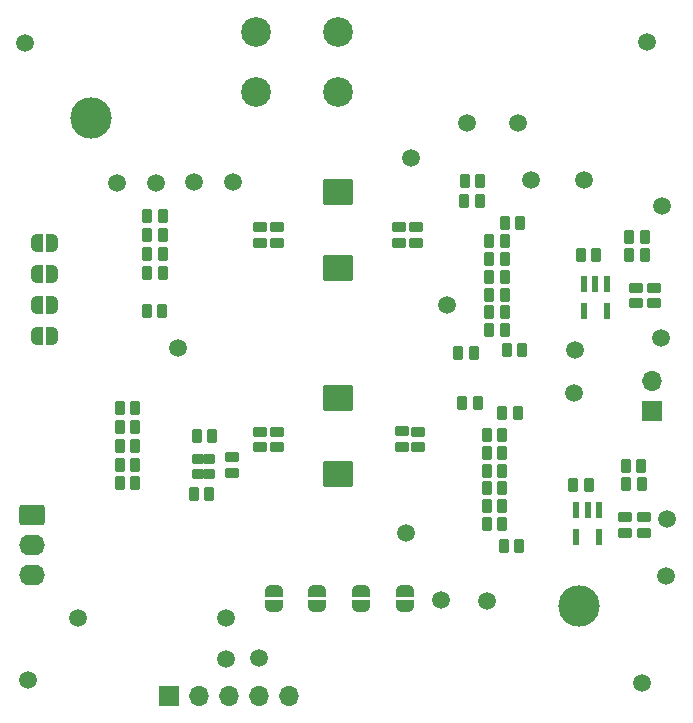
<source format=gbr>
%TF.GenerationSoftware,KiCad,Pcbnew,(6.0.0-0)*%
%TF.CreationDate,2022-06-10T22:05:25-07:00*%
%TF.ProjectId,bitaxe,62697461-7865-42e6-9b69-6361645f7063,rev?*%
%TF.SameCoordinates,Original*%
%TF.FileFunction,Soldermask,Top*%
%TF.FilePolarity,Negative*%
%FSLAX46Y46*%
G04 Gerber Fmt 4.6, Leading zero omitted, Abs format (unit mm)*
G04 Created by KiCad (PCBNEW (6.0.0-0)) date 2022-06-10 22:05:25*
%MOMM*%
%LPD*%
G01*
G04 APERTURE LIST*
G04 Aperture macros list*
%AMRoundRect*
0 Rectangle with rounded corners*
0 $1 Rounding radius*
0 $2 $3 $4 $5 $6 $7 $8 $9 X,Y pos of 4 corners*
0 Add a 4 corners polygon primitive as box body*
4,1,4,$2,$3,$4,$5,$6,$7,$8,$9,$2,$3,0*
0 Add four circle primitives for the rounded corners*
1,1,$1+$1,$2,$3*
1,1,$1+$1,$4,$5*
1,1,$1+$1,$6,$7*
1,1,$1+$1,$8,$9*
0 Add four rect primitives between the rounded corners*
20,1,$1+$1,$2,$3,$4,$5,0*
20,1,$1+$1,$4,$5,$6,$7,0*
20,1,$1+$1,$6,$7,$8,$9,0*
20,1,$1+$1,$8,$9,$2,$3,0*%
%AMFreePoly0*
4,1,22,0.500000,-0.750000,0.000000,-0.750000,0.000000,-0.745033,-0.079941,-0.743568,-0.215256,-0.701293,-0.333266,-0.622738,-0.424486,-0.514219,-0.481581,-0.384460,-0.499164,-0.250000,-0.500000,-0.250000,-0.500000,0.250000,-0.499164,0.250000,-0.499963,0.256109,-0.478152,0.396186,-0.417904,0.524511,-0.324060,0.630769,-0.204165,0.706417,-0.067858,0.745374,0.000000,0.744959,0.000000,0.750000,
0.500000,0.750000,0.500000,-0.750000,0.500000,-0.750000,$1*%
%AMFreePoly1*
4,1,20,0.000000,0.744959,0.073905,0.744508,0.209726,0.703889,0.328688,0.626782,0.421226,0.519385,0.479903,0.390333,0.500000,0.250000,0.500000,-0.250000,0.499851,-0.262216,0.476331,-0.402017,0.414519,-0.529596,0.319384,-0.634700,0.198574,-0.708877,0.061801,-0.746166,0.000000,-0.745033,0.000000,-0.750000,-0.500000,-0.750000,-0.500000,0.750000,0.000000,0.750000,0.000000,0.744959,
0.000000,0.744959,$1*%
G04 Aperture macros list end*
%ADD10R,0.558800X1.422400*%
%ADD11C,1.500000*%
%ADD12O,2.190000X1.740000*%
%ADD13RoundRect,0.250000X-0.845000X0.620000X-0.845000X-0.620000X0.845000X-0.620000X0.845000X0.620000X0*%
%ADD14RoundRect,0.101600X0.450000X-0.350000X0.450000X0.350000X-0.450000X0.350000X-0.450000X-0.350000X0*%
%ADD15C,2.520000*%
%ADD16RoundRect,0.101600X-0.350000X-0.450000X0.350000X-0.450000X0.350000X0.450000X-0.350000X0.450000X0*%
%ADD17RoundRect,0.101600X-0.450000X0.350000X-0.450000X-0.350000X0.450000X-0.350000X0.450000X0.350000X0*%
%ADD18C,3.500000*%
%ADD19FreePoly0,0.000000*%
%ADD20FreePoly1,0.000000*%
%ADD21RoundRect,0.101600X0.350000X0.450000X-0.350000X0.450000X-0.350000X-0.450000X0.350000X-0.450000X0*%
%ADD22O,1.700000X1.700000*%
%ADD23R,1.700000X1.700000*%
%ADD24FreePoly0,270.000000*%
%ADD25FreePoly1,270.000000*%
%ADD26RoundRect,0.250000X1.025000X-0.875000X1.025000X0.875000X-1.025000X0.875000X-1.025000X-0.875000X0*%
%ADD27RoundRect,0.101600X-0.375000X0.350000X-0.375000X-0.350000X0.375000X-0.350000X0.375000X0.350000X0*%
G04 APERTURE END LIST*
D10*
%TO.C,IC3*%
X111370001Y-89165600D03*
X110420000Y-89165600D03*
X109469999Y-89165600D03*
X109469999Y-91454400D03*
X111370001Y-91454400D03*
%TD*%
%TO.C,IC4*%
X112040001Y-69985600D03*
X111090000Y-69985600D03*
X110139999Y-69985600D03*
X110139999Y-72274400D03*
X112040001Y-72274400D03*
%TD*%
D11*
%TO.C,TP24*%
X110160000Y-61190000D03*
%TD*%
%TO.C,TP23*%
X105660000Y-61190000D03*
%TD*%
%TO.C,TP22*%
X104490000Y-56400000D03*
%TD*%
%TO.C,TP21*%
X100220000Y-56340000D03*
%TD*%
D12*
%TO.C,J5*%
X63350000Y-94680000D03*
X63350000Y-92140000D03*
D13*
X63350000Y-89600000D03*
%TD*%
D14*
%TO.C,C22*%
X114500000Y-70350000D03*
X114500000Y-71650000D03*
%TD*%
D15*
%TO.C,J2*%
X82380000Y-48640000D03*
X82380000Y-53720000D03*
%TD*%
%TO.C,J1*%
X89290000Y-53720000D03*
X89290000Y-48640000D03*
%TD*%
D16*
%TO.C,R30*%
X102100000Y-67902000D03*
X103400000Y-67902000D03*
%TD*%
D17*
%TO.C,C7*%
X96100000Y-82510000D03*
X96100000Y-83810000D03*
%TD*%
D16*
%TO.C,C1*%
X103340000Y-92210000D03*
X104640000Y-92210000D03*
%TD*%
%TO.C,R6*%
X73140000Y-69040000D03*
X74440000Y-69040000D03*
%TD*%
D17*
%TO.C,R14*%
X80300000Y-84680000D03*
X80300000Y-85980000D03*
%TD*%
D16*
%TO.C,R5*%
X99490000Y-75880000D03*
X100790000Y-75880000D03*
%TD*%
%TO.C,C3*%
X73130000Y-72310000D03*
X74430000Y-72310000D03*
%TD*%
D18*
%TO.C,H2*%
X68364000Y-55924000D03*
%TD*%
D19*
%TO.C,JP2*%
X63770000Y-69150000D03*
D20*
X65070000Y-69150000D03*
%TD*%
D11*
%TO.C,TP15*%
X95040000Y-91100000D03*
%TD*%
%TO.C,TP4*%
X116760000Y-63400000D03*
%TD*%
D21*
%TO.C,R16*%
X72100000Y-80540000D03*
X70800000Y-80540000D03*
%TD*%
D16*
%TO.C,R29*%
X102100000Y-66400000D03*
X103400000Y-66400000D03*
%TD*%
D21*
%TO.C,R24*%
X103190000Y-88818000D03*
X101890000Y-88818000D03*
%TD*%
D11*
%TO.C,TP5*%
X75760000Y-75430000D03*
%TD*%
D18*
%TO.C,H1*%
X109730000Y-97290000D03*
%TD*%
D16*
%TO.C,R31*%
X102100000Y-69404000D03*
X103400000Y-69404000D03*
%TD*%
D17*
%TO.C,C6*%
X84120000Y-65190000D03*
X84120000Y-66490000D03*
%TD*%
D22*
%TO.C,J3*%
X85120000Y-104860000D03*
X82580000Y-104860000D03*
X80040000Y-104860000D03*
X77500000Y-104860000D03*
D23*
X74960000Y-104860000D03*
%TD*%
D21*
%TO.C,R10*%
X72100000Y-85287500D03*
X70800000Y-85287500D03*
%TD*%
D11*
%TO.C,TP16*%
X98030000Y-96770000D03*
%TD*%
D21*
%TO.C,R27*%
X103190000Y-84282000D03*
X101890000Y-84282000D03*
%TD*%
D16*
%TO.C,R4*%
X73140000Y-67433332D03*
X74440000Y-67433332D03*
%TD*%
%TO.C,R34*%
X102100000Y-73910000D03*
X103400000Y-73910000D03*
%TD*%
D23*
%TO.C,J4*%
X115890000Y-80745000D03*
D22*
X115890000Y-78205000D03*
%TD*%
D16*
%TO.C,R33*%
X102100000Y-72408000D03*
X103400000Y-72408000D03*
%TD*%
D11*
%TO.C,H6*%
X63060000Y-103550000D03*
%TD*%
D16*
%TO.C,R32*%
X102100000Y-70906000D03*
X103400000Y-70906000D03*
%TD*%
D11*
%TO.C,TP19*%
X109370000Y-75590000D03*
%TD*%
D21*
%TO.C,R25*%
X103190000Y-87306000D03*
X101890000Y-87306000D03*
%TD*%
D17*
%TO.C,C16*%
X82680000Y-82510000D03*
X82680000Y-83810000D03*
%TD*%
D11*
%TO.C,TP3*%
X116600000Y-74550000D03*
%TD*%
D16*
%TO.C,R22*%
X113970000Y-67510000D03*
X115270000Y-67510000D03*
%TD*%
D11*
%TO.C,H5*%
X62820000Y-49620000D03*
%TD*%
D24*
%TO.C,JP5*%
X94980000Y-96000000D03*
D25*
X94980000Y-97300000D03*
%TD*%
D11*
%TO.C,TP8*%
X80380000Y-61400000D03*
%TD*%
D26*
%TO.C,C18*%
X89320000Y-79680000D03*
X89320000Y-86080000D03*
%TD*%
D21*
%TO.C,R28*%
X103190000Y-82770000D03*
X101890000Y-82770000D03*
%TD*%
D19*
%TO.C,JP1*%
X63770000Y-66536667D03*
D20*
X65070000Y-66536667D03*
%TD*%
D16*
%TO.C,R2*%
X73140000Y-64220000D03*
X74440000Y-64220000D03*
%TD*%
D17*
%TO.C,C10*%
X84090000Y-82510000D03*
X84090000Y-83810000D03*
%TD*%
D21*
%TO.C,R26*%
X103190000Y-85794000D03*
X101890000Y-85794000D03*
%TD*%
%TO.C,C11*%
X78370000Y-87810000D03*
X77070000Y-87810000D03*
%TD*%
%TO.C,R23*%
X101890000Y-90330000D03*
X103190000Y-90330000D03*
%TD*%
D16*
%TO.C,R12*%
X100020000Y-61250000D03*
X101320000Y-61250000D03*
%TD*%
D24*
%TO.C,JP8*%
X83840000Y-96000000D03*
D25*
X83840000Y-97300000D03*
%TD*%
D17*
%TO.C,C14*%
X94690000Y-82480000D03*
X94690000Y-83780000D03*
%TD*%
D11*
%TO.C,H4*%
X115060000Y-103790000D03*
%TD*%
%TO.C,H3*%
X115420000Y-49500000D03*
%TD*%
%TO.C,TP7*%
X77130000Y-61400000D03*
%TD*%
D17*
%TO.C,R19*%
X115160000Y-89760000D03*
X115160000Y-91060000D03*
%TD*%
D11*
%TO.C,TP13*%
X79830000Y-101730000D03*
%TD*%
D21*
%TO.C,C26*%
X115270000Y-65980000D03*
X113970000Y-65980000D03*
%TD*%
D26*
%TO.C,C17*%
X89310000Y-62210000D03*
X89310000Y-68610000D03*
%TD*%
D21*
%TO.C,C19*%
X110520000Y-87050000D03*
X109220000Y-87050000D03*
%TD*%
D17*
%TO.C,R21*%
X116080000Y-70350000D03*
X116080000Y-71650000D03*
%TD*%
%TO.C,C15*%
X82660000Y-65210000D03*
X82660000Y-66510000D03*
%TD*%
D24*
%TO.C,JP6*%
X91266666Y-96000000D03*
D25*
X91266666Y-97300000D03*
%TD*%
D16*
%TO.C,C4*%
X103590000Y-75600000D03*
X104890000Y-75600000D03*
%TD*%
D27*
%TO.C,Y1*%
X77410000Y-84775000D03*
X77410000Y-86125000D03*
X78410000Y-86125000D03*
X78410000Y-84775000D03*
%TD*%
D21*
%TO.C,R9*%
X72100000Y-86870000D03*
X70800000Y-86870000D03*
%TD*%
D24*
%TO.C,JP7*%
X87553333Y-96000000D03*
D25*
X87553333Y-97300000D03*
%TD*%
D11*
%TO.C,TP9*%
X70600000Y-61430000D03*
%TD*%
D19*
%TO.C,JP3*%
X63770000Y-71763333D03*
D20*
X65070000Y-71763333D03*
%TD*%
D16*
%TO.C,R3*%
X73140000Y-65826666D03*
X74440000Y-65826666D03*
%TD*%
D11*
%TO.C,TP14*%
X82610000Y-101700000D03*
%TD*%
D17*
%TO.C,C9*%
X95930000Y-65210000D03*
X95930000Y-66510000D03*
%TD*%
%TO.C,C12*%
X94490000Y-65190000D03*
X94490000Y-66490000D03*
%TD*%
D16*
%TO.C,R1*%
X99830000Y-80110000D03*
X101130000Y-80110000D03*
%TD*%
D11*
%TO.C,TP10*%
X98490000Y-71780000D03*
%TD*%
D16*
%TO.C,C2*%
X103200000Y-80960000D03*
X104500000Y-80960000D03*
%TD*%
D21*
%TO.C,C25*%
X114980000Y-85390000D03*
X113680000Y-85390000D03*
%TD*%
%TO.C,C20*%
X111170000Y-67530000D03*
X109870000Y-67530000D03*
%TD*%
D19*
%TO.C,JP4*%
X63770000Y-74376667D03*
D20*
X65070000Y-74376667D03*
%TD*%
D16*
%TO.C,C5*%
X103430000Y-64800000D03*
X104730000Y-64800000D03*
%TD*%
D11*
%TO.C,TP6*%
X73880000Y-61430000D03*
%TD*%
D16*
%TO.C,R13*%
X100000000Y-62950000D03*
X101300000Y-62950000D03*
%TD*%
D11*
%TO.C,TP18*%
X109300000Y-79200000D03*
%TD*%
D16*
%TO.C,C8*%
X77350000Y-82880000D03*
X78650000Y-82880000D03*
%TD*%
D21*
%TO.C,R11*%
X72100000Y-82122500D03*
X70800000Y-82122500D03*
%TD*%
D11*
%TO.C,TP11*%
X95450000Y-59300000D03*
%TD*%
%TO.C,TP2*%
X117180000Y-89880000D03*
%TD*%
%TO.C,TP17*%
X101910000Y-96810000D03*
%TD*%
%TO.C,TP1*%
X117060000Y-94720000D03*
%TD*%
%TO.C,TP12*%
X79770000Y-98320000D03*
%TD*%
D14*
%TO.C,C21*%
X113560000Y-91050000D03*
X113560000Y-89750000D03*
%TD*%
D21*
%TO.C,R15*%
X72100000Y-83705000D03*
X70800000Y-83705000D03*
%TD*%
D11*
%TO.C,TP20*%
X67250000Y-98260000D03*
%TD*%
D16*
%TO.C,R20*%
X113700000Y-86970000D03*
X115000000Y-86970000D03*
%TD*%
M02*

</source>
